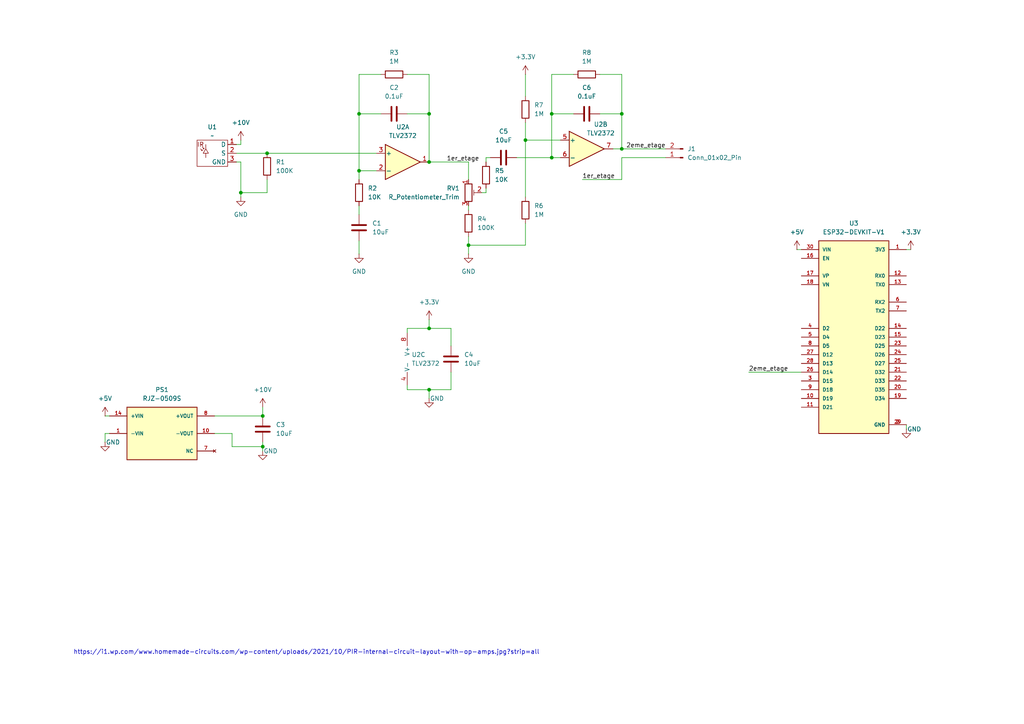
<source format=kicad_sch>
(kicad_sch (version 20250114) (generator "eeschema") (generator_version "9.0")
  (paper "A4")
  (lib_symbols
    (symbol "Amplifier_Operational:TLV2372" (pin_names (offset 0.127))
      (property "Reference" "U" (at 0 5.08 0))
      (property "Value" "TLV2372" (at 0 -5.08 0))
      (symbol "TLV2372_1_1"
        (polyline (pts (xy -5.08 5.08) (xy 5.08 0) (xy -5.08 -5.08) (xy -5.08 5.08)) (stroke (width 0.254)) (fill (type background)))
        (pin input line (at -7.62 2.54 0) (length 2.54) (name "+") (number "3"))
        (pin input line (at -7.62 -2.54 0) (length 2.54) (name "-") (number "2"))
        (pin output line (at 7.62 0 180) (length 2.54) (name "~") (number "1"))
      )
      (symbol "TLV2372_2_1"
        (polyline (pts (xy -5.08 5.08) (xy 5.08 0) (xy -5.08 -5.08) (xy -5.08 5.08)) (stroke (width 0.254)) (fill (type background)))
        (pin input line (at -7.62 2.54 0) (length 2.54) (name "+") (number "5"))
        (pin input line (at -7.62 -2.54 0) (length 2.54) (name "-") (number "6"))
        (pin output line (at 7.62 0 180) (length 2.54) (name "~") (number "7"))
      )
      (symbol "TLV2372_3_1"
        (pin power_in line (at -2.54 7.62 270) (length 3.81) (name "V+") (number "8"))
        (pin power_in line (at -2.54 -7.62 90) (length 3.81) (name "V-") (number "4"))
      )
    )
    (symbol "Connector:Conn_01x02_Pin" (pin_names (offset 1.016) (hide yes))
      (property "Reference" "J" (at 0 2.54 0))
      (property "Value" "Conn_01x02_Pin" (at 0 -5.08 0))
      (symbol "Conn_01x02_Pin_1_1"
        (rectangle (start 0.8636 0.127) (end 0 -0.127) (stroke (width 0.1524)) (fill (type outline)))
        (rectangle (start 0.8636 -2.413) (end 0 -2.667) (stroke (width 0.1524)) (fill (type outline)))
        (polyline (pts (xy 1.27 0) (xy 0.8636 0)) (stroke (width 0.1524)))
        (polyline (pts (xy 1.27 -2.54) (xy 0.8636 -2.54)) (stroke (width 0.1524)))
        (pin passive line (at 5.08 0 180) (length 3.81) (name "Pin_1") (number "1"))
        (pin passive line (at 5.08 -2.54 180) (length 3.81) (name "Pin_2") (number "2"))
      )
    )
    (symbol "Device:C" (pin_numbers (hide yes)) (pin_names (offset 0.254))
      (property "Reference" "C" (at 0.635 2.54 0))
      (property "Value" "C" (at 0.635 -2.54 0))
      (symbol "C_0_1"
        (polyline (pts (xy -2.032 0.762) (xy 2.032 0.762)) (stroke (width 0.508)))
        (polyline (pts (xy -2.032 -0.762) (xy 2.032 -0.762)) (stroke (width 0.508)))
      )
      (symbol "C_1_1"
        (pin passive line (at 0 3.81 270) (length 2.794) (name "~") (number "1"))
        (pin passive line (at 0 -3.81 90) (length 2.794) (name "~") (number "2"))
      )
    )
    (symbol "Device:R" (pin_numbers (hide yes)) (pin_names (offset 0))
      (property "Reference" "R" (at 2.032 0 90))
      (property "Value" "R" (at 0 0 90))
      (symbol "R_0_1"
        (rectangle (start -1.016 -2.54) (end 1.016 2.54) (stroke (width 0.254)))
      )
      (symbol "R_1_1"
        (pin passive line (at 0 3.81 270) (length 1.27) (name "~") (number "1"))
        (pin passive line (at 0 -3.81 90) (length 1.27) (name "~") (number "2"))
      )
    )
    (symbol "Device:R_Potentiometer_Trim" (pin_names (offset 1.016) (hide yes))
      (property "Reference" "RV" (at -4.445 0 90))
      (property "Value" "R_Potentiometer_Trim" (at -2.54 0 90))
      (symbol "R_Potentiometer_Trim_0_1"
        (rectangle (start 1.016 2.54) (end -1.016 -2.54) (stroke (width 0.254)))
        (polyline (pts (xy 1.524 0.762) (xy 1.524 -0.762)))
        (polyline (pts (xy 2.54 0) (xy 1.524 0)))
      )
      (symbol "R_Potentiometer_Trim_1_1"
        (pin passive line (at 0 3.81 270) (length 1.27) (name "1") (number "1"))
        (pin passive line (at 0 -3.81 90) (length 1.27) (name "3") (number "3"))
        (pin passive line (at 3.81 0 180) (length 1.27) (name "2") (number "2"))
      )
    )
    (symbol "Interface_Optical:LHI968"
      (property "Reference" "U" (at 0 0 0))
      (symbol "LHI968_0_1"
        (polyline (pts (xy -7.366 0.762) (xy -7.366 1.016) (xy -7.366 0.762) (xy -7.62 0.762) (xy -7.366 0.762) (xy -7.874 1.27)))
        (polyline (pts (xy -6.858 1.27) (xy -6.858 1.524) (xy -6.858 1.27) (xy -7.112 1.27) (xy -6.858 1.27) (xy -7.366 1.778)))
        (rectangle (start -6.35 2.54) (end -6.35 1.27))
        (polyline (pts (xy -6.35 1.27) (xy -7.112 0) (xy -5.588 0) (xy -6.35 1.27)))
        (polyline (pts (xy -6.35 0) (xy -6.35 -1.27)))
        (rectangle (start 0 3.81) (end -8.89 -3.81))
      )
      (symbol "LHI968_1_1"
        (text "IR" (at -7.874 2.54 0) (effects (font (size 1.27 1.27))))
        (pin input line (at 2.54 2.54 180) (length 2.54) (name "D") (number "1"))
        (pin input line (at 2.54 0 180) (length 2.54) (name "S") (number "2"))
        (pin input line (at 2.54 -2.54 180) (length 2.54) (name "GND") (number "3"))
      )
    )
    (symbol "Snapeda:ESP32-DEVKIT-V1" (pin_names (offset 1.016))
      (property "Reference" "U" (at -10.16 30.48 0))
      (property "Value" "ESP32-DEVKIT-V1" (at -10.16 -30.48 0))
      (symbol "ESP32-DEVKIT-V1_0_0"
        (rectangle (start -10.16 -27.94) (end 10.16 27.94) (stroke (width 0.254)) (fill (type background)))
        (pin input line (at -15.24 25.4 0) (length 5.08) (name "VIN") (number "30"))
        (pin input line (at -15.24 22.86 0) (length 5.08) (name "EN") (number "16"))
        (pin bidirectional line (at -15.24 17.78 0) (length 5.08) (name "VP") (number "17"))
        (pin bidirectional line (at -15.24 15.24 0) (length 5.08) (name "VN") (number "18"))
        (pin bidirectional line (at -15.24 2.54 0) (length 5.08) (name "D2") (number "4"))
        (pin bidirectional line (at -15.24 0 0) (length 5.08) (name "D4") (number "5"))
        (pin bidirectional line (at -15.24 -2.54 0) (length 5.08) (name "D5") (number "8"))
        (pin bidirectional line (at -15.24 -5.08 0) (length 5.08) (name "D12") (number "27"))
        (pin bidirectional line (at -15.24 -7.62 0) (length 5.08) (name "D13") (number "28"))
        (pin bidirectional line (at -15.24 -10.16 0) (length 5.08) (name "D14") (number "26"))
        (pin bidirectional line (at -15.24 -12.7 0) (length 5.08) (name "D15") (number "3"))
        (pin bidirectional line (at -15.24 -15.24 0) (length 5.08) (name "D18") (number "9"))
        (pin bidirectional line (at -15.24 -17.78 0) (length 5.08) (name "D19") (number "10"))
        (pin bidirectional line (at -15.24 -20.32 0) (length 5.08) (name "D21") (number "11"))
        (pin output line (at 15.24 25.4 180) (length 5.08) (name "3V3") (number "1"))
        (pin input line (at 15.24 17.78 180) (length 5.08) (name "RX0") (number "12"))
        (pin output line (at 15.24 15.24 180) (length 5.08) (name "TX0") (number "13"))
        (pin input line (at 15.24 10.16 180) (length 5.08) (name "RX2") (number "6"))
        (pin output line (at 15.24 7.62 180) (length 5.08) (name "TX2") (number "7"))
        (pin bidirectional line (at 15.24 2.54 180) (length 5.08) (name "D22") (number "14"))
        (pin bidirectional line (at 15.24 0 180) (length 5.08) (name "D23") (number "15"))
        (pin bidirectional line (at 15.24 -2.54 180) (length 5.08) (name "D25") (number "23"))
        (pin bidirectional line (at 15.24 -5.08 180) (length 5.08) (name "D26") (number "24"))
        (pin bidirectional line (at 15.24 -7.62 180) (length 5.08) (name "D27") (number "25"))
        (pin bidirectional line (at 15.24 -10.16 180) (length 5.08) (name "D32") (number "21"))
        (pin bidirectional line (at 15.24 -12.7 180) (length 5.08) (name "D33") (number "22"))
        (pin bidirectional line (at 15.24 -15.24 180) (length 5.08) (name "D35") (number "20"))
        (pin bidirectional line (at 15.24 -17.78 180) (length 5.08) (name "D34") (number "19"))
        (pin power_in line (at 15.24 -25.4 180) (length 5.08) (name "GND") (number "2"))
        (pin power_in line (at 15.24 -25.4 180) (length 5.08) (name "GND") (number "29"))
      )
    )
    (symbol "Snapeda:RJZ-0509S" (pin_names (offset 1.016))
      (property "Reference" "PS" (at -10.16 8.89 0))
      (property "Value" "RJZ-0509S" (at -10.16 -10.16 0))
      (symbol "RJZ-0509S_0_0"
        (rectangle (start -10.16 -7.62) (end 10.16 7.62) (stroke (width 0.254)) (fill (type background)))
        (pin input line (at -15.24 5.08 0) (length 5.08) (name "+VIN") (number "14"))
        (pin input line (at -15.24 0 0) (length 5.08) (name "-VIN") (number "1"))
        (pin output line (at 15.24 5.08 180) (length 5.08) (name "+VOUT") (number "8"))
        (pin output line (at 15.24 0 180) (length 5.08) (name "-VOUT") (number "10"))
        (pin no_connect line (at 15.24 -5.08 180) (length 5.08) (name "NC") (number "7"))
      )
    )
    (symbol "power:+10V" (power) (pin_numbers (hide yes)) (pin_names (offset 0) (hide yes))
      (property "Value" "+10V" (at 0 3.556 0))
      (symbol "+10V_0_1"
        (polyline (pts (xy -0.762 1.27) (xy 0 2.54)))
        (polyline (pts (xy 0 2.54) (xy 0.762 1.27)))
        (polyline (pts (xy 0 0) (xy 0 2.54)))
      )
      (symbol "+10V_1_1"
        (pin power_in line (at 0 0 90) (length 0) (name "~") (number "1"))
      )
    )
    (symbol "power:+3.3V" (power) (pin_numbers (hide yes)) (pin_names (offset 0) (hide yes))
      (property "Value" "+3.3V" (at 0 3.556 0))
      (symbol "+3.3V_0_1"
        (polyline (pts (xy -0.762 1.27) (xy 0 2.54)))
        (polyline (pts (xy 0 2.54) (xy 0.762 1.27)))
        (polyline (pts (xy 0 0) (xy 0 2.54)))
      )
      (symbol "+3.3V_1_1"
        (pin power_in line (at 0 0 90) (length 0) (name "~") (number "1"))
      )
    )
    (symbol "power:+5V" (power) (pin_numbers (hide yes)) (pin_names (offset 0) (hide yes))
      (property "Value" "+5V" (at 0 3.556 0))
      (symbol "+5V_0_1"
        (polyline (pts (xy -0.762 1.27) (xy 0 2.54)))
        (polyline (pts (xy 0 2.54) (xy 0.762 1.27)))
        (polyline (pts (xy 0 0) (xy 0 2.54)))
      )
      (symbol "+5V_1_1"
        (pin power_in line (at 0 0 90) (length 0) (name "~") (number "1"))
      )
    )
    (symbol "power:GND" (power) (pin_numbers (hide yes)) (pin_names (offset 0) (hide yes))
      (property "Value" "GND" (at 0 -3.81 0))
      (symbol "GND_0_1"
        (polyline (pts (xy 0 0) (xy 0 -1.27) (xy 1.27 -1.27) (xy 0 -2.54) (xy -1.27 -1.27) (xy 0 -1.27)))
      )
      (symbol "GND_1_1"
        (pin power_in line (at 0 0 270) (length 0) (name "~") (number "1"))
      )
    )
  )
  (text "https://i1.wp.com/www.homemade-circuits.com/wp-content/uploads/2021/10/PIR-internal-circuit-layout-with-op-amps.jpg?strip=all" (at 88.9 189.23 0) (effects (font (size 1.27 1.27))))
  (junction (at 160.02 45.72))
  (junction (at 124.46 33.02))
  (junction (at 76.2 129.54))
  (junction (at 160.02 33.02))
  (junction (at 69.85 55.88))
  (junction (at 104.14 49.53))
  (junction (at 124.46 113.03))
  (junction (at 124.46 95.25))
  (junction (at 152.4 40.64))
  (junction (at 180.34 33.02))
  (junction (at 104.14 33.02))
  (junction (at 135.89 71.12))
  (junction (at 76.2 120.65))
  (junction (at 77.47 44.45))
  (junction (at 180.34 43.18))
  (junction (at 124.46 46.99))
  (wire (pts (xy 142.24 45.72) (xy 140.97 45.72)))
  (wire (pts (xy 77.47 44.45) (xy 109.22 44.45)))
  (wire (pts (xy 104.14 49.53) (xy 104.14 52.07)))
  (wire (pts (xy 124.46 46.99) (xy 135.89 46.99)))
  (wire (pts (xy 130.81 100.33) (xy 130.81 95.25)))
  (wire (pts (xy 140.97 55.88) (xy 139.7 55.88)))
  (wire (pts (xy 104.14 33.02) (xy 110.49 33.02)))
  (wire (pts (xy 135.89 71.12) (xy 135.89 73.66)))
  (wire (pts (xy 124.46 95.25) (xy 124.46 92.71)))
  (wire (pts (xy 124.46 46.99) (xy 124.46 33.02)))
  (wire (pts (xy 130.81 107.95) (xy 130.81 113.03)))
  (wire (pts (xy 104.14 33.02) (xy 104.14 49.53)))
  (wire (pts (xy 118.11 111.76) (xy 118.11 113.03)))
  (wire (pts (xy 160.02 45.72) (xy 149.86 45.72)))
  (wire (pts (xy 62.23 125.73) (xy 67.31 125.73)))
  (wire (pts (xy 68.58 44.45) (xy 77.47 44.45)))
  (wire (pts (xy 152.4 35.56) (xy 152.4 40.64)))
  (wire (pts (xy 180.34 52.07) (xy 180.34 45.72)))
  (wire (pts (xy 180.34 43.18) (xy 180.34 33.02)))
  (wire (pts (xy 124.46 33.02) (xy 124.46 21.59)))
  (wire (pts (xy 69.85 41.91) (xy 69.85 40.64)))
  (wire (pts (xy 262.89 124.46) (xy 262.89 123.19)))
  (wire (pts (xy 110.49 21.59) (xy 104.14 21.59)))
  (wire (pts (xy 67.31 125.73) (xy 67.31 129.54)))
  (wire (pts (xy 130.81 95.25) (xy 124.46 95.25)))
  (wire (pts (xy 180.34 45.72) (xy 193.04 45.72)))
  (wire (pts (xy 180.34 33.02) (xy 180.34 21.59)))
  (wire (pts (xy 135.89 52.07) (xy 135.89 46.99)))
  (wire (pts (xy 69.85 46.99) (xy 69.85 55.88)))
  (wire (pts (xy 162.56 45.72) (xy 160.02 45.72)))
  (wire (pts (xy 69.85 55.88) (xy 69.85 57.15)))
  (wire (pts (xy 104.14 21.59) (xy 104.14 33.02)))
  (wire (pts (xy 77.47 55.88) (xy 69.85 55.88)))
  (wire (pts (xy 67.31 129.54) (xy 76.2 129.54)))
  (wire (pts (xy 177.8 43.18) (xy 180.34 43.18)))
  (wire (pts (xy 118.11 113.03) (xy 124.46 113.03)))
  (wire (pts (xy 118.11 21.59) (xy 124.46 21.59)))
  (wire (pts (xy 76.2 128.27) (xy 76.2 129.54)))
  (wire (pts (xy 62.23 120.65) (xy 76.2 120.65)))
  (wire (pts (xy 173.99 21.59) (xy 180.34 21.59)))
  (wire (pts (xy 180.34 43.18) (xy 193.04 43.18)))
  (wire (pts (xy 168.91 52.07) (xy 180.34 52.07)))
  (wire (pts (xy 152.4 40.64) (xy 152.4 57.15)))
  (wire (pts (xy 30.48 120.65) (xy 31.75 120.65)))
  (wire (pts (xy 118.11 96.52) (xy 118.11 95.25)))
  (wire (pts (xy 173.99 33.02) (xy 180.34 33.02)))
  (wire (pts (xy 76.2 129.54) (xy 76.2 130.81)))
  (wire (pts (xy 77.47 52.07) (xy 77.47 55.88)))
  (wire (pts (xy 160.02 33.02) (xy 166.37 33.02)))
  (wire (pts (xy 109.22 49.53) (xy 104.14 49.53)))
  (wire (pts (xy 68.58 46.99) (xy 69.85 46.99)))
  (wire (pts (xy 152.4 71.12) (xy 135.89 71.12)))
  (wire (pts (xy 160.02 21.59) (xy 160.02 33.02)))
  (wire (pts (xy 264.16 72.39) (xy 262.89 72.39)))
  (wire (pts (xy 140.97 54.61) (xy 140.97 55.88)))
  (wire (pts (xy 135.89 60.96) (xy 135.89 59.69)))
  (wire (pts (xy 160.02 33.02) (xy 160.02 45.72)))
  (wire (pts (xy 76.2 118.11) (xy 76.2 120.65)))
  (wire (pts (xy 68.58 41.91) (xy 69.85 41.91)))
  (wire (pts (xy 152.4 40.64) (xy 162.56 40.64)))
  (wire (pts (xy 30.48 128.27) (xy 30.48 125.73)))
  (wire (pts (xy 140.97 45.72) (xy 140.97 46.99)))
  (wire (pts (xy 104.14 69.85) (xy 104.14 73.66)))
  (wire (pts (xy 118.11 95.25) (xy 124.46 95.25)))
  (wire (pts (xy 217.17 107.95) (xy 232.41 107.95)))
  (wire (pts (xy 152.4 64.77) (xy 152.4 71.12)))
  (wire (pts (xy 118.11 33.02) (xy 124.46 33.02)))
  (wire (pts (xy 124.46 113.03) (xy 130.81 113.03)))
  (wire (pts (xy 166.37 21.59) (xy 160.02 21.59)))
  (wire (pts (xy 30.48 125.73) (xy 31.75 125.73)))
  (wire (pts (xy 104.14 59.69) (xy 104.14 62.23)))
  (wire (pts (xy 124.46 113.03) (xy 124.46 115.57)))
  (wire (pts (xy 135.89 71.12) (xy 135.89 68.58)))
  (wire (pts (xy 231.14 72.39) (xy 232.41 72.39)))
  (wire (pts (xy 152.4 27.94) (xy 152.4 21.59)))
  (label "2eme_etage" (at 181.61 43.18 0))
  (label "2eme_etage" (at 217.17 107.95 0))
  (label "1er_etage" (at 168.91 52.07 0))
  (label "1er_etage" (at 129.54 46.99 0))
  (symbol (lib_id "Device:R") (at 114.3 21.59 90) (unit 1)
    (property "Reference" "R3" (at 114.3 15.24 90))
    (property "Value" "1M" (at 114.3 17.78 90))
    (property "Footprint" "Resistor_SMD:R_0805_2012Metric_Pad1.20x1.40mm_HandSolder" (effects (hide yes)))
    (property "Description" "Resistor" (effects (hide yes)))
  )
  (symbol (lib_id "power:+5V") (at 231.14 72.39 0) (unit 1)
    (property "Reference" "#PWR08" (effects (hide yes)))
    (property "Value" "+5V" (at 231.14 67.31 0))
    (property "Description" "Power symbol creates a global label with name \"+5V\"" (effects (hide yes)))
  )
  (symbol (lib_id "power:GND") (at 135.89 73.66 0) (unit 1)
    (property "Reference" "#PWR013" (effects (hide yes)))
    (property "Value" "GND" (at 135.89 78.74 0))
    (property "Description" "Power symbol creates a global label with name \"GND\" , ground" (effects (hide yes)))
  )
  (symbol (lib_id "Device:R") (at 152.4 31.75 180) (unit 1)
    (property "Reference" "R7" (at 154.94 30.4799 0) (effects (justify right)))
    (property "Value" "1M" (at 154.94 33.0199 0) (effects (justify right)))
    (property "Footprint" "Resistor_SMD:R_0805_2012Metric_Pad1.20x1.40mm_HandSolder" (effects (hide yes)))
    (property "Description" "Resistor" (effects (hide yes)))
  )
  (symbol (lib_id "Device:C") (at 130.81 104.14 0) (unit 1)
    (property "Reference" "C4" (at 134.62 102.8699 0) (effects (justify left)))
    (property "Value" "10uF" (at 134.62 105.4099 0) (effects (justify left)))
    (property "Footprint" "Capacitor_SMD:C_0805_2012Metric_Pad1.18x1.45mm_HandSolder" (effects (hide yes)))
    (property "Description" "Unpolarized capacitor" (effects (hide yes)))
  )
  (symbol (lib_id "Amplifier_Operational:TLV2372") (at 170.18 43.18 0) (unit 2)
    (property "Reference" "U2" (at 174.244 36.068 0))
    (property "Value" "TLV2372" (at 174.244 38.608 0))
    (property "Footprint" "Package_SO:SOIC-8_3.9x4.9mm_P1.27mm" (effects (hide yes)))
    (property "Datasheet" "http://www.ti.com/lit/ds/symlink/tlv2375.pdf" (effects (hide yes)))
    (property "Description" "Dual Rail-to-Rail Input/Output Operational Amplifier, DIP-8/SOIC-8/VSSOP-8" (effects (hide yes)))
  )
  (symbol (lib_id "Device:C") (at 170.18 33.02 90) (unit 1)
    (property "Reference" "C6" (at 170.18 25.4 90))
    (property "Value" "0.1uF" (at 170.18 27.94 90))
    (property "Footprint" "Capacitor_SMD:C_0805_2012Metric_Pad1.18x1.45mm_HandSolder" (effects (hide yes)))
    (property "Description" "Unpolarized capacitor" (effects (hide yes)))
  )
  (symbol (lib_id "power:GND") (at 69.85 57.15 0) (unit 1)
    (property "Reference" "#PWR01" (effects (hide yes)))
    (property "Value" "GND" (at 69.85 62.23 0))
    (property "Description" "Power symbol creates a global label with name \"GND\" , ground" (effects (hide yes)))
  )
  (symbol (lib_id "Device:C") (at 104.14 66.04 0) (unit 1)
    (property "Reference" "C1" (at 107.95 64.7699 0) (effects (justify left)))
    (property "Value" "10uF" (at 107.95 67.3099 0) (effects (justify left)))
    (property "Footprint" "Capacitor_SMD:C_0805_2012Metric_Pad1.18x1.45mm_HandSolder" (effects (hide yes)))
    (property "Description" "Unpolarized capacitor" (effects (hide yes)))
  )
  (symbol (lib_id "power:+10V") (at 69.85 40.64 0) (unit 1)
    (property "Reference" "#PWR02" (effects (hide yes)))
    (property "Value" "+10V" (at 69.85 35.56 0))
    (property "Description" "Power symbol creates a global label with name \"+10V\"" (effects (hide yes)))
  )
  (symbol (lib_id "Device:R") (at 104.14 55.88 0) (unit 1)
    (property "Reference" "R2" (at 106.68 54.6099 0) (effects (justify left)))
    (property "Value" "10K" (at 106.68 57.1499 0) (effects (justify left)))
    (property "Footprint" "Resistor_SMD:R_0805_2012Metric_Pad1.20x1.40mm_HandSolder" (effects (hide yes)))
    (property "Description" "Resistor" (effects (hide yes)))
  )
  (symbol (lib_id "Interface_Optical:LHI968") (at 66.04 44.45 0) (unit 1)
    (property "Reference" "U1" (at 61.5787 36.83 0))
    (property "Value" "~" (at 61.5787 39.37 0))
    (property "Footprint" "OptoDevice:TO254P940H1930-3" (effects (hide yes)))
  )
  (symbol (lib_id "power:GND") (at 262.89 124.46 0) (unit 1)
    (property "Reference" "#PWR09" (effects (hide yes)))
    (property "Value" "GND" (at 265.176 124.46 0))
    (property "Description" "Power symbol creates a global label with name \"GND\" , ground" (effects (hide yes)))
  )
  (symbol (lib_id "Amplifier_Operational:TLV2372") (at 120.65 104.14 0) (unit 3)
    (property "Reference" "U2" (at 119.38 102.8699 0) (effects (justify left)))
    (property "Value" "TLV2372" (at 119.38 105.4099 0) (effects (justify left)))
    (property "Footprint" "Package_SO:SOIC-8_3.9x4.9mm_P1.27mm" (effects (hide yes)))
    (property "Datasheet" "http://www.ti.com/lit/ds/symlink/tlv2375.pdf" (effects (hide yes)))
    (property "Description" "Dual Rail-to-Rail Input/Output Operational Amplifier, DIP-8/SOIC-8/VSSOP-8" (effects (hide yes)))
  )
  (symbol (lib_id "power:GND") (at 30.48 128.27 0) (unit 1)
    (property "Reference" "#PWR06" (effects (hide yes)))
    (property "Value" "GND" (at 32.766 128.27 0))
    (property "Description" "Power symbol creates a global label with name \"GND\" , ground" (effects (hide yes)))
  )
  (symbol (lib_id "Snapeda:RJZ-0509S") (at 46.99 125.73 0) (unit 1)
    (property "Reference" "PS1" (at 46.99 113.03 0))
    (property "Value" "RJZ-0509S" (at 46.99 115.57 0))
    (property "Footprint" "Snapeda:RJZ-0509S_CONV_RJZ-0509S" (effects (hide yes)))
    (property "MF" "Recom Power" (effects (hide yes)))
    (property "MAXIMUM_PACKAGE_HEIGHT" "7.1mm" (effects (hide yes)))
    (property "Package" "DIP-14 Recom Power" (effects (hide yes)))
    (property "Price" "None" (effects (hide yes)))
    (property "Check_prices" "https://www.snapeda.com/parts/RJZ-0509S/Recom+Power/view-part/?ref=eda" (effects (hide yes)))
    (property "STANDARD" "Manufacturer Recommendations" (effects (hide yes)))
    (property "PARTREV" "1" (effects (hide yes)))
    (property "SnapEDA_Link" "https://www.snapeda.com/parts/RJZ-0509S/Recom+Power/view-part/?ref=snap" (effects (hide yes)))
    (property "MP" "RJZ-0509S" (effects (hide yes)))
    (property "Description_1" "DC-DC Converter, DIP14 3kV, Single, 2W, 09V @ 222mA, RJZ Series | RECOM Power Inc. RJZ-0509S" (effects (hide yes)))
    (property "Availability" "In Stock" (effects (hide yes)))
    (property "MANUFACTURER" "Recom" (effects (hide yes)))
  )
  (symbol (lib_id "power:GND") (at 104.14 73.66 0) (unit 1)
    (property "Reference" "#PWR03" (effects (hide yes)))
    (property "Value" "GND" (at 104.14 78.74 0))
    (property "Description" "Power symbol creates a global label with name \"GND\" , ground" (effects (hide yes)))
  )
  (symbol (lib_id "Device:R") (at 135.89 64.77 0) (unit 1)
    (property "Reference" "R4" (at 138.43 63.4999 0) (effects (justify left)))
    (property "Value" "100K" (at 138.43 66.0399 0) (effects (justify left)))
    (property "Footprint" "Resistor_SMD:R_0805_2012Metric_Pad1.20x1.40mm_HandSolder" (effects (hide yes)))
    (property "Description" "Resistor" (effects (hide yes)))
  )
  (symbol (lib_id "Device:R") (at 170.18 21.59 90) (unit 1)
    (property "Reference" "R8" (at 170.18 15.24 90))
    (property "Value" "1M" (at 170.18 17.78 90))
    (property "Footprint" "Resistor_SMD:R_0805_2012Metric_Pad1.20x1.40mm_HandSolder" (effects (hide yes)))
    (property "Description" "Resistor" (effects (hide yes)))
  )
  (symbol (lib_id "Device:C") (at 146.05 45.72 90) (unit 1)
    (property "Reference" "C5" (at 146.05 38.1 90))
    (property "Value" "10uF" (at 146.05 40.64 90))
    (property "Footprint" "Capacitor_SMD:C_0805_2012Metric_Pad1.18x1.45mm_HandSolder" (effects (hide yes)))
    (property "Description" "Unpolarized capacitor" (effects (hide yes)))
  )
  (symbol (lib_id "power:GND") (at 76.2 130.81 0) (unit 1)
    (property "Reference" "#PWR05" (effects (hide yes)))
    (property "Value" "GND" (at 78.486 130.81 0))
    (property "Description" "Power symbol creates a global label with name \"GND\" , ground" (effects (hide yes)))
  )
  (symbol (lib_id "Device:C") (at 76.2 124.46 0) (unit 1)
    (property "Reference" "C3" (at 80.01 123.1899 0) (effects (justify left)))
    (property "Value" "10uF" (at 80.01 125.7299 0) (effects (justify left)))
    (property "Footprint" "Capacitor_SMD:C_0805_2012Metric_Pad1.18x1.45mm_HandSolder" (effects (hide yes)))
    (property "Description" "Unpolarized capacitor" (effects (hide yes)))
  )
  (symbol (lib_id "power:+5V") (at 30.48 120.65 0) (unit 1)
    (property "Reference" "#PWR07" (effects (hide yes)))
    (property "Value" "+5V" (at 30.48 115.57 0))
    (property "Description" "Power symbol creates a global label with name \"+5V\"" (effects (hide yes)))
  )
  (symbol (lib_id "Amplifier_Operational:TLV2372") (at 116.84 46.99 0) (unit 1)
    (property "Reference" "U2" (at 116.84 36.83 0))
    (property "Value" "TLV2372" (at 116.84 39.37 0))
    (property "Footprint" "Package_SO:SOIC-8_3.9x4.9mm_P1.27mm" (effects (hide yes)))
    (property "Datasheet" "http://www.ti.com/lit/ds/symlink/tlv2375.pdf" (effects (hide yes)))
    (property "Description" "Dual Rail-to-Rail Input/Output Operational Amplifier, DIP-8/SOIC-8/VSSOP-8" (effects (hide yes)))
  )
  (symbol (lib_id "Snapeda:ESP32-DEVKIT-V1") (at 247.65 97.79 0) (unit 1)
    (property "Reference" "U3" (at 247.65 64.77 0))
    (property "Value" "ESP32-DEVKIT-V1" (at 247.65 67.31 0))
    (property "Footprint" "Snapeda:ESP32-DEVKIT-V1_MODULE_ESP32_DEVKIT_V1" (effects (hide yes)))
    (property "MF" "Do it" (effects (hide yes)))
    (property "MAXIMUM_PACKAGE_HEIGHT" "6.8 mm" (effects (hide yes)))
    (property "Package" "None" (effects (hide yes)))
    (property "Price" "None" (effects (hide yes)))
    (property "Check_prices" "https://www.snapeda.com/parts/ESP32-DEVKIT-V1/Do+it/view-part/?ref=eda" (effects (hide yes)))
    (property "STANDARD" "Manufacturer Recommendations" (effects (hide yes)))
    (property "PARTREV" "N/A" (effects (hide yes)))
    (property "SnapEDA_Link" "https://www.snapeda.com/parts/ESP32-DEVKIT-V1/Do+it/view-part/?ref=snap" (effects (hide yes)))
    (property "MP" "ESP32-DEVKIT-V1" (effects (hide yes)))
    (property "Description_1" "Dual core, Wi-Fi: 2.4 GHz up to 150 Mbits/s,BLE (Bluetooth Low Energy) and legacy Bluetooth, 32 bits, Up to 240 MHz" (effects (hide yes)))
    (property "Availability" "Not in stock" (effects (hide yes)))
    (property "MANUFACTURER" "DOIT" (effects (hide yes)))
  )
  (symbol (lib_id "power:+3.3V") (at 124.46 92.71 0) (unit 1)
    (property "Reference" "#PWR011" (effects (hide yes)))
    (property "Value" "+3.3V" (at 124.46 87.63 0))
    (property "Description" "Power symbol creates a global label with name \"+3.3V\"" (effects (hide yes)))
  )
  (symbol (lib_id "power:+10V") (at 76.2 118.11 0) (unit 1)
    (property "Reference" "#PWR04" (effects (hide yes)))
    (property "Value" "+10V" (at 76.2 113.03 0))
    (property "Description" "Power symbol creates a global label with name \"+10V\"" (effects (hide yes)))
  )
  (symbol (lib_id "Device:R") (at 152.4 60.96 180) (unit 1)
    (property "Reference" "R6" (at 154.94 59.6899 0) (effects (justify right)))
    (property "Value" "1M" (at 154.94 62.2299 0) (effects (justify right)))
    (property "Footprint" "Resistor_SMD:R_0805_2012Metric_Pad1.20x1.40mm_HandSolder" (effects (hide yes)))
    (property "Description" "Resistor" (effects (hide yes)))
  )
  (symbol (lib_id "Device:R") (at 140.97 50.8 0) (unit 1)
    (property "Reference" "R5" (at 143.51 49.5299 0) (effects (justify left)))
    (property "Value" "10K" (at 143.51 52.0699 0) (effects (justify left)))
    (property "Footprint" "Resistor_SMD:R_0805_2012Metric_Pad1.20x1.40mm_HandSolder" (effects (hide yes)))
    (property "Description" "Resistor" (effects (hide yes)))
  )
  (symbol (lib_id "Device:R_Potentiometer_Trim") (at 135.89 55.88 0) (unit 1)
    (property "Reference" "RV1" (at 133.35 54.6099 0) (effects (justify right)))
    (property "Value" "R_Potentiometer_Trim" (at 133.35 57.1499 0) (effects (justify right)))
    (property "Footprint" "Potentiometer_THT:Potentiometer_Vishay_T93YA_Vertical" (effects (hide yes)))
    (property "Description" "Trim-potentiometer" (effects (hide yes)))
  )
  (symbol (lib_id "Device:R") (at 77.47 48.26 0) (unit 1)
    (property "Reference" "R1" (at 80.01 46.9899 0) (effects (justify left)))
    (property "Value" "100K" (at 80.01 49.5299 0) (effects (justify left)))
    (property "Footprint" "Resistor_SMD:R_0805_2012Metric_Pad1.20x1.40mm_HandSolder" (effects (hide yes)))
    (property "Description" "Resistor" (effects (hide yes)))
  )
  (symbol (lib_id "power:+3.3V") (at 152.4 21.59 0) (unit 1)
    (property "Reference" "#PWR014" (effects (hide yes)))
    (property "Value" "+3.3V" (at 152.4 16.51 0))
    (property "Description" "Power symbol creates a global label with name \"+3.3V\"" (effects (hide yes)))
  )
  (symbol (lib_id "Connector:Conn_01x02_Pin") (at 198.12 45.72 180) (unit 1)
    (property "Reference" "J1" (at 199.39 43.1799 0) (effects (justify right)))
    (property "Value" "Conn_01x02_Pin" (at 199.39 45.7199 0) (effects (justify right)))
    (property "Footprint" "Connector_PinHeader_2.54mm:PinHeader_1x02_P2.54mm_Vertical" (effects (hide yes)))
    (property "Description" "Generic connector, single row, 01x02, script generated" (effects (hide yes)))
  )
  (symbol (lib_id "power:+3.3V") (at 264.16 72.39 0) (unit 1)
    (property "Reference" "#PWR012" (effects (hide yes)))
    (property "Value" "+3.3V" (at 264.16 67.31 0))
    (property "Description" "Power symbol creates a global label with name \"+3.3V\"" (effects (hide yes)))
  )
  (symbol (lib_id "Device:C") (at 114.3 33.02 90) (unit 1)
    (property "Reference" "C2" (at 114.3 25.4 90))
    (property "Value" "0.1uF" (at 114.3 27.94 90))
    (property "Footprint" "Capacitor_SMD:C_0805_2012Metric_Pad1.18x1.45mm_HandSolder" (effects (hide yes)))
    (property "Description" "Unpolarized capacitor" (effects (hide yes)))
  )
  (symbol (lib_id "power:GND") (at 124.46 115.57 0) (unit 1)
    (property "Reference" "#PWR010" (effects (hide yes)))
    (property "Value" "GND" (at 126.746 115.57 0))
    (property "Description" "Power symbol creates a global label with name \"GND\" , ground" (effects (hide yes)))
  )
)
</source>
